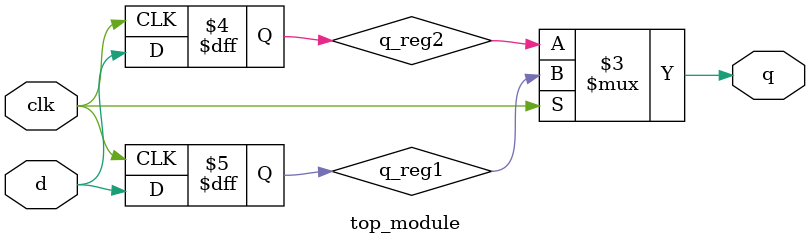
<source format=v>
module top_module (
    input clk,
    input d,
    output q
);

    //we need 2 always block, therefore need 2 different reg for output
    //if you all use 'q_reg = d' then it will compile error
    reg q_reg1, q_reg2;

    always @(posedge clk) begin
        q_reg1 <= d;
    end
    always @(negedge clk) begin
        q_reg2 <= d;
    end
    
    // 'q_reg1' is posedge value, thus clk = 1
    // 'q_reg2' is posedge value, thus clk = 0
    assign q = (clk)? q_reg1 : q_reg2;

endmodule

</source>
